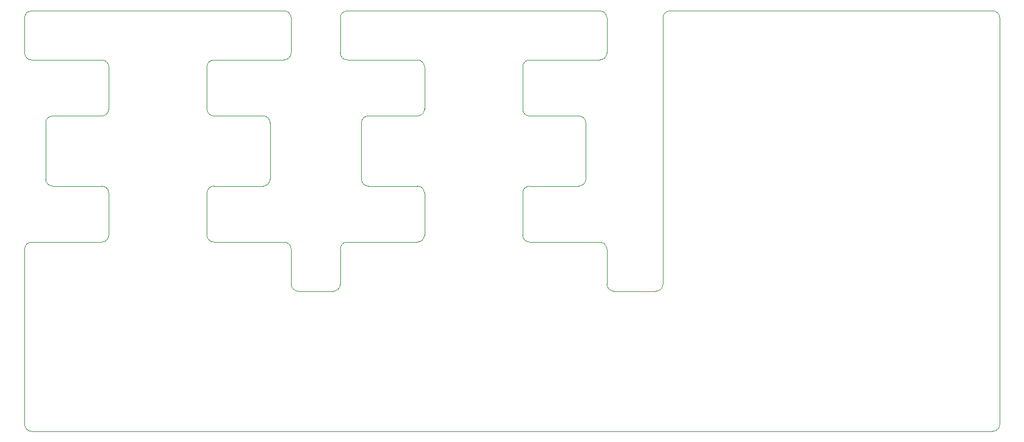
<source format=gbr>
G04 #@! TF.GenerationSoftware,KiCad,Pcbnew,(5.1.5)-3*
G04 #@! TF.CreationDate,2020-10-27T23:40:54+01:00*
G04 #@! TF.ProjectId,output_stage_1,6f757470-7574-45f7-9374-6167655f312e,rev?*
G04 #@! TF.SameCoordinates,Original*
G04 #@! TF.FileFunction,Profile,NP*
%FSLAX46Y46*%
G04 Gerber Fmt 4.6, Leading zero omitted, Abs format (unit mm)*
G04 Created by KiCad (PCBNEW (5.1.5)-3) date 2020-10-27 23:40:54*
%MOMM*%
%LPD*%
G04 APERTURE LIST*
%ADD10C,0.050000*%
G04 APERTURE END LIST*
D10*
X215000000Y-129000000D02*
G75*
G02X214000000Y-130000000I-1000000J0D01*
G01*
X214000000Y-70000000D02*
G75*
G02X215000000Y-71000000I0J-1000000D01*
G01*
X79000000Y-86000000D02*
G75*
G02X80000000Y-85000000I1000000J0D01*
G01*
X80000000Y-95000000D02*
G75*
G02X79000000Y-94000000I0J1000000D01*
G01*
X87000000Y-95000000D02*
G75*
G02X88000000Y-96000000I0J-1000000D01*
G01*
X88000000Y-102000000D02*
G75*
G02X87000000Y-103000000I-1000000J0D01*
G01*
X76000000Y-104000000D02*
G75*
G02X77000000Y-103000000I1000000J0D01*
G01*
X77000000Y-130000000D02*
G75*
G02X76000000Y-129000000I0J1000000D01*
G01*
X88000000Y-84000000D02*
G75*
G02X87000000Y-85000000I-1000000J0D01*
G01*
X87000000Y-77000000D02*
G75*
G02X88000000Y-78000000I0J-1000000D01*
G01*
X77000000Y-77000000D02*
G75*
G02X76000000Y-76000000I0J1000000D01*
G01*
X76000000Y-71000000D02*
G75*
G02X77000000Y-70000000I1000000J0D01*
G01*
X167000000Y-109000000D02*
G75*
G02X166000000Y-110000000I-1000000J0D01*
G01*
X160000000Y-110000000D02*
G75*
G02X159000000Y-109000000I0J1000000D01*
G01*
X158000000Y-103000000D02*
G75*
G02X159000000Y-104000000I0J-1000000D01*
G01*
X148000000Y-103000000D02*
G75*
G02X147000000Y-102000000I0J1000000D01*
G01*
X147000000Y-96000000D02*
G75*
G02X148000000Y-95000000I1000000J0D01*
G01*
X156000000Y-94000000D02*
G75*
G02X155000000Y-95000000I-1000000J0D01*
G01*
X155000000Y-85000000D02*
G75*
G02X156000000Y-86000000I0J-1000000D01*
G01*
X148000000Y-85000000D02*
G75*
G02X147000000Y-84000000I0J1000000D01*
G01*
X147000000Y-78000000D02*
G75*
G02X148000000Y-77000000I1000000J0D01*
G01*
X159000000Y-76000000D02*
G75*
G02X158000000Y-77000000I-1000000J0D01*
G01*
X158000000Y-70000000D02*
G75*
G02X159000000Y-71000000I0J-1000000D01*
G01*
X167000000Y-71000000D02*
G75*
G02X168000000Y-70000000I1000000J0D01*
G01*
X121000000Y-71000000D02*
G75*
G02X122000000Y-70000000I1000000J0D01*
G01*
X122000000Y-77000000D02*
G75*
G02X121000000Y-76000000I0J1000000D01*
G01*
X132000000Y-77000000D02*
G75*
G02X133000000Y-78000000I0J-1000000D01*
G01*
X133000000Y-84000000D02*
G75*
G02X132000000Y-85000000I-1000000J0D01*
G01*
X124000000Y-86000000D02*
G75*
G02X125000000Y-85000000I1000000J0D01*
G01*
X125000000Y-95000000D02*
G75*
G02X124000000Y-94000000I0J1000000D01*
G01*
X132000000Y-95000000D02*
G75*
G02X133000000Y-96000000I0J-1000000D01*
G01*
X133000000Y-102000000D02*
G75*
G02X132000000Y-103000000I-1000000J0D01*
G01*
X121000000Y-104000000D02*
G75*
G02X122000000Y-103000000I1000000J0D01*
G01*
X121000000Y-109000000D02*
G75*
G02X120000000Y-110000000I-1000000J0D01*
G01*
X115000000Y-110000000D02*
G75*
G02X114000000Y-109000000I0J1000000D01*
G01*
X113000000Y-103000000D02*
G75*
G02X114000000Y-104000000I0J-1000000D01*
G01*
X103000000Y-103000000D02*
G75*
G02X102000000Y-102000000I0J1000000D01*
G01*
X102000000Y-96000000D02*
G75*
G02X103000000Y-95000000I1000000J0D01*
G01*
X111000000Y-94000000D02*
G75*
G02X110000000Y-95000000I-1000000J0D01*
G01*
X110000000Y-85000000D02*
G75*
G02X111000000Y-86000000I0J-1000000D01*
G01*
X103000000Y-85000000D02*
G75*
G02X102000000Y-84000000I0J1000000D01*
G01*
X102000000Y-78000000D02*
G75*
G02X103000000Y-77000000I1000000J0D01*
G01*
X114000000Y-76000000D02*
G75*
G02X113000000Y-77000000I-1000000J0D01*
G01*
X113000000Y-70000000D02*
G75*
G02X114000000Y-71000000I0J-1000000D01*
G01*
X110000000Y-95000000D02*
X103000000Y-95000000D01*
X111000000Y-86000000D02*
X111000000Y-94000000D01*
X103000000Y-85000000D02*
X110000000Y-85000000D01*
X122000000Y-70000000D02*
X158000000Y-70000000D01*
X77000000Y-70000000D02*
X113000000Y-70000000D01*
X214000000Y-70000000D02*
X168000000Y-70000000D01*
X215000000Y-129000000D02*
X215000000Y-71000000D01*
X77000000Y-130000000D02*
X214000000Y-130000000D01*
X76000000Y-104000000D02*
X76000000Y-129000000D01*
X87000000Y-103000000D02*
X77000000Y-103000000D01*
X88000000Y-96000000D02*
X88000000Y-102000000D01*
X80000000Y-95000000D02*
X87000000Y-95000000D01*
X79000000Y-86000000D02*
X79000000Y-94000000D01*
X87000000Y-85000000D02*
X80000000Y-85000000D01*
X88000000Y-78000000D02*
X88000000Y-84000000D01*
X77000000Y-77000000D02*
X87000000Y-77000000D01*
X76000000Y-71000000D02*
X76000000Y-76000000D01*
X167000000Y-109000000D02*
X167000000Y-71000000D01*
X160000000Y-110000000D02*
X166000000Y-110000000D01*
X159000000Y-104000000D02*
X159000000Y-109000000D01*
X148000000Y-103000000D02*
X158000000Y-103000000D01*
X147000000Y-96000000D02*
X147000000Y-102000000D01*
X155000000Y-95000000D02*
X148000000Y-95000000D01*
X156000000Y-86000000D02*
X156000000Y-94000000D01*
X148000000Y-85000000D02*
X155000000Y-85000000D01*
X147000000Y-78000000D02*
X147000000Y-84000000D01*
X158000000Y-77000000D02*
X148000000Y-77000000D01*
X159000000Y-71000000D02*
X159000000Y-76000000D01*
X121000000Y-76000000D02*
X121000000Y-71000000D01*
X132000000Y-77000000D02*
X122000000Y-77000000D01*
X133000000Y-84000000D02*
X133000000Y-78000000D01*
X125000000Y-85000000D02*
X132000000Y-85000000D01*
X124000000Y-94000000D02*
X124000000Y-86000000D01*
X132000000Y-95000000D02*
X125000000Y-95000000D01*
X133000000Y-102000000D02*
X133000000Y-96000000D01*
X122000000Y-103000000D02*
X132000000Y-103000000D01*
X121000000Y-109000000D02*
X121000000Y-104000000D01*
X115000000Y-110000000D02*
X120000000Y-110000000D01*
X114000000Y-104000000D02*
X114000000Y-109000000D01*
X103000000Y-103000000D02*
X113000000Y-103000000D01*
X102000000Y-96000000D02*
X102000000Y-102000000D01*
X102000000Y-78000000D02*
X102000000Y-84000000D01*
X113000000Y-77000000D02*
X103000000Y-77000000D01*
X114000000Y-71000000D02*
X114000000Y-76000000D01*
M02*

</source>
